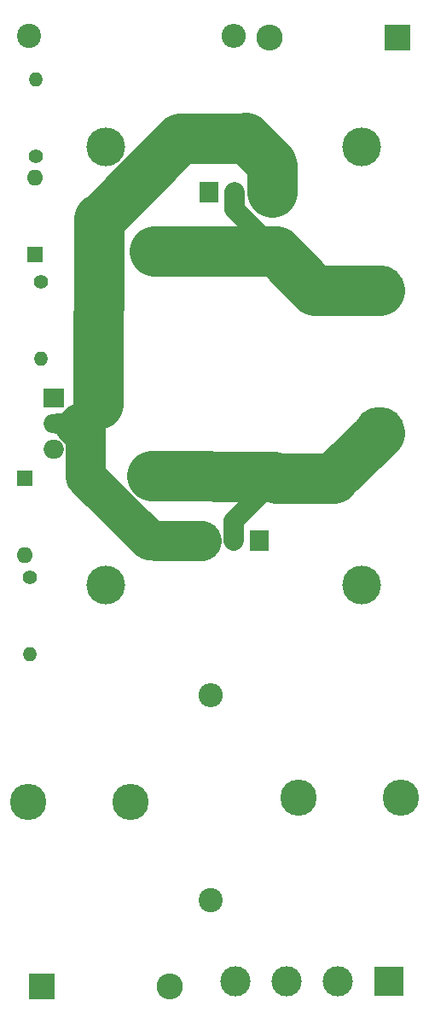
<source format=gbs>
G04 #@! TF.GenerationSoftware,KiCad,Pcbnew,7.0.1*
G04 #@! TF.CreationDate,2023-06-08T18:27:25+10:00*
G04 #@! TF.ProjectId,ZVS,5a56532e-6b69-4636-9164-5f7063625858,rev?*
G04 #@! TF.SameCoordinates,Original*
G04 #@! TF.FileFunction,Soldermask,Bot*
G04 #@! TF.FilePolarity,Negative*
%FSLAX46Y46*%
G04 Gerber Fmt 4.6, Leading zero omitted, Abs format (unit mm)*
G04 Created by KiCad (PCBNEW 7.0.1) date 2023-06-08 18:27:25*
%MOMM*%
%LPD*%
G01*
G04 APERTURE LIST*
%ADD10C,2.000000*%
%ADD11C,4.000000*%
%ADD12C,5.000000*%
%ADD13C,2.400000*%
%ADD14O,2.400000X2.400000*%
%ADD15R,1.600000X1.600000*%
%ADD16O,1.600000X1.600000*%
%ADD17C,3.840000*%
%ADD18C,1.400000*%
%ADD19O,1.400000X1.400000*%
%ADD20C,3.600000*%
%ADD21R,2.600000X2.600000*%
%ADD22O,2.600000X2.600000*%
%ADD23R,2.000000X1.905000*%
%ADD24O,2.000000X1.905000*%
%ADD25R,3.000000X3.000000*%
%ADD26C,3.000000*%
%ADD27C,5.000000*%
%ADD28R,1.905000X2.000000*%
%ADD29O,1.905000X2.000000*%
G04 APERTURE END LIST*
D10*
X125270000Y-105440000D02*
X127040000Y-105440000D01*
D11*
X128050000Y-110460000D02*
X128050000Y-105410000D01*
D12*
X152585000Y-110855000D02*
X157240000Y-106290000D01*
D11*
X139530000Y-116990000D02*
X135060000Y-116990000D01*
D10*
X126850000Y-106850000D02*
X126090000Y-106030000D01*
X126390000Y-105040000D02*
X127090000Y-104490000D01*
D12*
X129340000Y-85080000D02*
X129330000Y-103490000D01*
X134615000Y-110590000D02*
X146740000Y-110620000D01*
X146590000Y-82470000D02*
X146570000Y-79830000D01*
D10*
X142830000Y-84150000D02*
X145090000Y-86410000D01*
D11*
X134390000Y-116940000D02*
X128030000Y-110630000D01*
D10*
X142820000Y-82480000D02*
X142820000Y-84060000D01*
D12*
X144045000Y-77100000D02*
X137655000Y-77100000D01*
X147295000Y-110820000D02*
X152645000Y-110820000D01*
X147080000Y-110710000D02*
X147000000Y-110810000D01*
X137430000Y-77100000D02*
X129550000Y-85090000D01*
X151215000Y-92210000D02*
X157210000Y-92190000D01*
X146460000Y-79560000D02*
X143920000Y-77050000D01*
X134860000Y-88290000D02*
X147000000Y-88330000D01*
D10*
X142770000Y-117020000D02*
X142770000Y-115050000D01*
D12*
X147040000Y-88350000D02*
X150830000Y-92160000D01*
D10*
X142770000Y-115050000D02*
X145290000Y-112540000D01*
D13*
X122450000Y-66990000D03*
D14*
X142770000Y-66990000D03*
D15*
X122010000Y-110820000D03*
D16*
X122010000Y-118440000D03*
D17*
X130080000Y-77940000D03*
X155480000Y-77940000D03*
D18*
X123110000Y-78870000D03*
D19*
X123110000Y-71250000D03*
D15*
X123000000Y-88640000D03*
D16*
X123000000Y-81020000D03*
D13*
X134620000Y-88120000D03*
X134620000Y-110620000D03*
X147010000Y-88340000D03*
X147010000Y-110840000D03*
D18*
X122480000Y-120620000D03*
D19*
X122480000Y-128240000D03*
D18*
X123650000Y-91320000D03*
D19*
X123650000Y-98940000D03*
D20*
X132530000Y-142890000D03*
X122370000Y-142890000D03*
D21*
X158980000Y-67160000D03*
D22*
X146280000Y-67160000D03*
D21*
X123680000Y-161200000D03*
D22*
X136380000Y-161200000D03*
D23*
X124875000Y-102890000D03*
D24*
X124875000Y-105430000D03*
X124875000Y-107970000D03*
D25*
X158140000Y-160690000D03*
D26*
X153060000Y-160690000D03*
X147980000Y-160690000D03*
X142900000Y-160690000D03*
D20*
X149150000Y-142500000D03*
X159310000Y-142500000D03*
D27*
X157240000Y-92210000D03*
X157240000Y-106210000D03*
D13*
X140430000Y-152640000D03*
D14*
X140430000Y-132320000D03*
D17*
X155460000Y-121370000D03*
X130060000Y-121370000D03*
D28*
X140290000Y-82465000D03*
D29*
X142830000Y-82465000D03*
X145370000Y-82465000D03*
D28*
X145280000Y-116985000D03*
D29*
X142740000Y-116985000D03*
X140200000Y-116985000D03*
M02*

</source>
